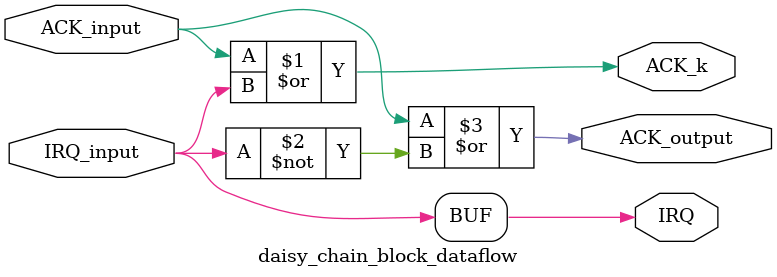
<source format=v>
`timescale 1ns/100ps

module daisy_chain_block_dataflow(IRQ,ACK_output,ACK_k,ACK_input,IRQ_input);
	input wire ACK_input,	IRQ_input;
	output wire IRQ,	ACK_output,	ACK_k;
	
	assign IRQ = IRQ_input;
	assign ACK_k = ACK_input | IRQ_input;
	assign ACK_output = ACK_input | (~ IRQ_input);
endmodule

</source>
